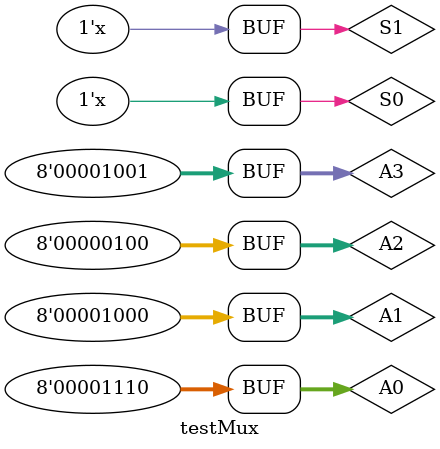
<source format=v>
`timescale 1ns / 1ps


module testMux;

	// Inputs
	reg [7:0] A0;
	reg [7:0] A1;
	reg [7:0] A2;
	reg [7:0] A3;
	reg S0;
	reg S1;

	// Outputs
	wire [7:0] Y;

	// Instantiate the Unit Under Test (UUT)
	FourToOneMultiplexer uut (
		.A0(A0), 
		.A1(A1), 
		.A2(A2), 
		.A3(A3), 
		.S0(S0), 
		.S1(S1), 
		.Y(Y)
	);

	initial begin
		// Initialize Inputs
		A0 = 'd14;
		A1 = 'd8;
		A2 = 'd4;
		A3 = 'd9;
		S0 = 0;
		S1 = 0;

		// Wait 100 ns for global reset to finish
		#100;
		end
		
		always begin
		{S0,S1} = {S0,S1} + 1;
	#1;
        
		// Add stimulus here

	end
      
endmodule


</source>
